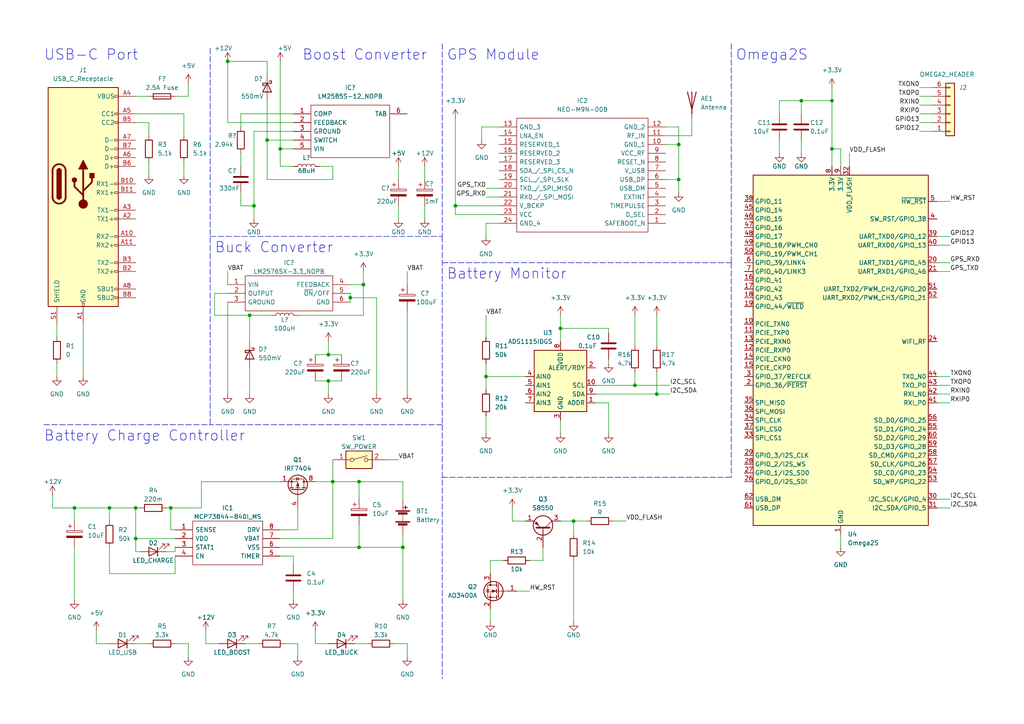
<source format=kicad_sch>
(kicad_sch (version 20211123) (generator eeschema)
  (paper "A4")
  (lib_symbols
    (symbol "Analog_ADC:ADS1115IDGS"
      (property "Reference" "U" (at 2.54 13.97 0))
      (property "Value" "ADS1115IDGS" (at 7.62 11.43 0))
      (symbol "ADS1115IDGS_1_1"
        (pin input line (at 10.16 -5.08 180) (length 2.54) (name "ADDR") (number "1"))
        (pin input line (at 10.16 0 180) (length 2.54) (name "SCL") (number "10"))
        (pin output line (at 10.16 5.08 180) (length 2.54) (name "ALERT/RDY") (number "2"))
        (pin power_in line (at 0 -10.16 90) (length 2.54) (name "GND") (number "3"))
        (pin input line (at -10.16 2.54 0) (length 2.54) (name "AIN0") (number "4"))
        (pin input line (at -10.16 0 0) (length 2.54) (name "AIN1") (number "5"))
        (pin input line (at -10.16 -2.54 0) (length 2.54) (name "AIN2") (number "6"))
        (pin input line (at -10.16 -5.08 0) (length 2.54) (name "AIN3") (number "7"))
        (pin power_in line (at 0 12.7 270) (length 2.54) (name "VDD") (number "8"))
        (pin bidirectional line (at 10.16 -2.54 180) (length 2.54) (name "SDA") (number "9"))
      )
    )
    (symbol "Boost_Converter_12v:LM2585S-12_NOPB" (pin_names (offset 0.762))
      (property "Reference" "IC" (at 29.21 7.62 0))
      (property "Value" "LM2585S-12_NOPB" (at 29.21 5.08 0))
      (symbol "LM2585S-12_NOPB_0_0"
        (pin passive line (at 0 0 0) (length 5.08) (name "COMP") (number "1"))
        (pin passive line (at 0 -2.54 0) (length 5.08) (name "FEEDBACK") (number "2"))
        (pin passive line (at 0 -5.08 0) (length 5.08) (name "GROUND") (number "3"))
        (pin passive line (at 0 -7.62 0) (length 5.08) (name "SWITCH") (number "4"))
        (pin input line (at 0 -10.16 0) (length 5.08) (name "VIN") (number "5"))
        (pin passive line (at 33.02 0 180) (length 5.08) (name "TAB") (number "6"))
      )
    )
    (symbol "Buck_Converter:LM2576SX-3.3_NOPB" (pin_names (offset 0.762))
      (property "Reference" "IC" (at 31.75 7.62 0))
      (property "Value" "LM2576SX-3.3_NOPB" (at 31.75 5.08 0))
      (symbol "LM2576SX-3.3_NOPB_0_0"
        (pin passive line (at 0 0 0) (length 5.08) (name "VIN") (number "1"))
        (pin passive line (at 0 -2.54 0) (length 5.08) (name "OUTPUT") (number "2"))
        (pin passive line (at 0 -5.08 0) (length 5.08) (name "GROUND") (number "3"))
        (pin passive line (at 35.56 0 180) (length 5.08) (name "FEEDBACK") (number "4"))
        (pin passive line (at 35.56 -2.54 180) (length 5.08) (name "~{ON}/OFF") (number "5"))
        (pin passive line (at 35.56 -5.08 180) (length 5.08) (name "GND") (number "6"))
      )
    )
    (symbol "Charge_Controller:MCP73844-840I_MS" (pin_names (offset 0.762))
      (property "Reference" "IC" (at 26.67 7.62 0))
      (property "Value" "MCP73844-840I_MS" (at 26.67 5.08 0))
      (symbol "MCP73844-840I_MS_0_0"
        (pin passive line (at 0 0 0) (length 5.08) (name "SENSE") (number "1"))
        (pin passive line (at 0 -2.54 0) (length 5.08) (name "VDD") (number "2"))
        (pin passive line (at 0 -5.08 0) (length 5.08) (name "STAT1") (number "3"))
        (pin passive line (at 0 -7.62 0) (length 5.08) (name "EN") (number "4"))
        (pin passive line (at 30.48 -7.62 180) (length 5.08) (name "TIMER") (number "5"))
        (pin passive line (at 30.48 -5.08 180) (length 5.08) (name "VSS") (number "6"))
        (pin passive line (at 30.48 -2.54 180) (length 5.08) (name "VBAT") (number "7"))
        (pin passive line (at 30.48 0 180) (length 5.08) (name "DRV") (number "8"))
      )
    )
    (symbol "Connector:USB_C_Receptacle" (pin_names (offset 1.016))
      (property "Reference" "J" (at -10.16 29.21 0))
      (property "Value" "USB_C_Receptacle" (at 10.16 29.21 0))
      (symbol "USB_C_Receptacle_1_1"
        (pin passive line (at 0 -40.64 90) (length 5.08) (name "GND") (number "A1"))
        (pin bidirectional line (at 15.24 -15.24 180) (length 5.08) (name "RX2-") (number "A10"))
        (pin bidirectional line (at 15.24 -17.78 180) (length 5.08) (name "RX2+") (number "A11"))
        (pin passive line (at 0 -40.64 90) (length 5.08) hide (name "GND") (number "A12"))
        (pin bidirectional line (at 15.24 -10.16 180) (length 5.08) (name "TX1+") (number "A2"))
        (pin bidirectional line (at 15.24 -7.62 180) (length 5.08) (name "TX1-") (number "A3"))
        (pin passive line (at 15.24 25.4 180) (length 5.08) (name "VBUS") (number "A4"))
        (pin bidirectional line (at 15.24 20.32 180) (length 5.08) (name "CC1") (number "A5"))
        (pin bidirectional line (at 15.24 7.62 180) (length 5.08) (name "D+") (number "A6"))
        (pin bidirectional line (at 15.24 12.7 180) (length 5.08) (name "D-") (number "A7"))
        (pin bidirectional line (at 15.24 -30.48 180) (length 5.08) (name "SBU1") (number "A8"))
        (pin passive line (at 15.24 25.4 180) (length 5.08) hide (name "VBUS") (number "A9"))
        (pin passive line (at 0 -40.64 90) (length 5.08) hide (name "GND") (number "B1"))
        (pin bidirectional line (at 15.24 0 180) (length 5.08) (name "RX1-") (number "B10"))
        (pin bidirectional line (at 15.24 -2.54 180) (length 5.08) (name "RX1+") (number "B11"))
        (pin passive line (at 0 -40.64 90) (length 5.08) hide (name "GND") (number "B12"))
        (pin bidirectional line (at 15.24 -25.4 180) (length 5.08) (name "TX2+") (number "B2"))
        (pin bidirectional line (at 15.24 -22.86 180) (length 5.08) (name "TX2-") (number "B3"))
        (pin passive line (at 15.24 25.4 180) (length 5.08) hide (name "VBUS") (number "B4"))
        (pin bidirectional line (at 15.24 17.78 180) (length 5.08) (name "CC2") (number "B5"))
        (pin bidirectional line (at 15.24 5.08 180) (length 5.08) (name "D+") (number "B6"))
        (pin bidirectional line (at 15.24 10.16 180) (length 5.08) (name "D-") (number "B7"))
        (pin bidirectional line (at 15.24 -33.02 180) (length 5.08) (name "SBU2") (number "B8"))
        (pin passive line (at 15.24 25.4 180) (length 5.08) hide (name "VBUS") (number "B9"))
        (pin passive line (at -7.62 -40.64 90) (length 5.08) (name "SHIELD") (number "S1"))
      )
    )
    (symbol "Connector_Generic:Conn_01x06" (pin_names (offset 1.016) hide)
      (property "Reference" "J" (at 0 7.62 0))
      (property "Value" "Conn_01x06" (at 0 -10.16 0))
      (symbol "Conn_01x06_1_1"
        (pin passive line (at -5.08 5.08 0) (length 3.81) (name "Pin_1") (number "1"))
        (pin passive line (at -5.08 2.54 0) (length 3.81) (name "Pin_2") (number "2"))
        (pin passive line (at -5.08 0 0) (length 3.81) (name "Pin_3") (number "3"))
        (pin passive line (at -5.08 -2.54 0) (length 3.81) (name "Pin_4") (number "4"))
        (pin passive line (at -5.08 -5.08 0) (length 3.81) (name "Pin_5") (number "5"))
        (pin passive line (at -5.08 -7.62 0) (length 3.81) (name "Pin_6") (number "6"))
      )
    )
    (symbol "Device:Antenna" (pin_numbers hide) (pin_names (offset 1.016) hide)
      (property "Reference" "AE" (at -1.905 1.905 0))
      (property "Value" "Antenna" (at -1.905 0 0))
      (symbol "Antenna_1_1"
        (pin input line (at 0 -5.08 90) (length 2.54) (name "A") (number "1"))
      )
    )
    (symbol "Device:Battery" (pin_numbers hide) (pin_names (offset 0) hide)
      (property "Reference" "BT" (at 2.54 2.54 0))
      (property "Value" "Battery" (at 2.54 0 0))
      (symbol "Battery_1_1"
        (pin passive line (at 0 5.08 270) (length 2.54) (name "+") (number "1"))
        (pin passive line (at 0 -5.08 90) (length 2.54) (name "-") (number "2"))
      )
    )
    (symbol "Device:C" (pin_numbers hide) (pin_names (offset 0.254))
      (property "Reference" "C" (at 0.635 2.54 0))
      (property "Value" "C" (at 0.635 -2.54 0))
      (symbol "C_1_1"
        (pin passive line (at 0 3.81 270) (length 2.794) (name "~") (number "1"))
        (pin passive line (at 0 -3.81 90) (length 2.794) (name "~") (number "2"))
      )
    )
    (symbol "Device:C_Polarized" (pin_numbers hide) (pin_names (offset 0.254))
      (property "Reference" "C" (at 0.635 2.54 0))
      (property "Value" "C_Polarized" (at 0.635 -2.54 0))
      (symbol "C_Polarized_1_1"
        (pin passive line (at 0 3.81 270) (length 2.794) (name "~") (number "1"))
        (pin passive line (at 0 -3.81 90) (length 2.794) (name "~") (number "2"))
      )
    )
    (symbol "Device:D_Schottky" (pin_numbers hide) (pin_names (offset 1.016) hide)
      (property "Reference" "D" (at 0 2.54 0))
      (property "Value" "D_Schottky" (at 0 -2.54 0))
      (symbol "D_Schottky_1_1"
        (pin passive line (at -3.81 0 0) (length 2.54) (name "K") (number "1"))
        (pin passive line (at 3.81 0 180) (length 2.54) (name "A") (number "2"))
      )
    )
    (symbol "Device:Fuse" (pin_numbers hide) (pin_names (offset 0))
      (property "Reference" "F" (at 2.032 0 90))
      (property "Value" "Fuse" (at -1.905 0 90))
      (symbol "Fuse_1_1"
        (pin passive line (at 0 3.81 270) (length 1.27) (name "~") (number "1"))
        (pin passive line (at 0 -3.81 90) (length 1.27) (name "~") (number "2"))
      )
    )
    (symbol "Device:L" (pin_numbers hide) (pin_names (offset 1.016) hide)
      (property "Reference" "L" (at -1.27 0 90))
      (property "Value" "L" (at 1.905 0 90))
      (symbol "L_1_1"
        (pin passive line (at 0 3.81 270) (length 1.27) (name "1") (number "1"))
        (pin passive line (at 0 -3.81 90) (length 1.27) (name "2") (number "2"))
      )
    )
    (symbol "Device:LED" (pin_numbers hide) (pin_names (offset 1.016) hide)
      (property "Reference" "D" (at 0 2.54 0))
      (property "Value" "LED" (at 0 -2.54 0))
      (symbol "LED_1_1"
        (pin passive line (at -3.81 0 0) (length 2.54) (name "K") (number "1"))
        (pin passive line (at 3.81 0 180) (length 2.54) (name "A") (number "2"))
      )
    )
    (symbol "Device:R" (pin_numbers hide) (pin_names (offset 0))
      (property "Reference" "R" (at 2.032 0 90))
      (property "Value" "R" (at 0 0 90))
      (symbol "R_1_1"
        (pin passive line (at 0 3.81 270) (length 1.27) (name "~") (number "1"))
        (pin passive line (at 0 -3.81 90) (length 1.27) (name "~") (number "2"))
      )
    )
    (symbol "GPS:NEO-M9N-00B" (pin_names (offset 0.762))
      (property "Reference" "IC" (at 44.45 7.62 0))
      (property "Value" "NEO-M9N-00B" (at 44.45 5.08 0))
      (symbol "NEO-M9N-00B_0_0"
        (pin passive line (at 48.26 -27.94 180) (length 5.08) (name "SAFEBOOT_N") (number "1"))
        (pin passive line (at 48.26 -5.08 180) (length 5.08) (name "GND_1") (number "10"))
        (pin passive line (at 48.26 -2.54 180) (length 5.08) (name "RF_IN") (number "11"))
        (pin passive line (at 48.26 0 180) (length 5.08) (name "GND_2") (number "12"))
        (pin passive line (at 0 0 0) (length 5.08) (name "GND_3") (number "13"))
        (pin passive line (at 0 -2.54 0) (length 5.08) (name "LNA_EN") (number "14"))
        (pin passive line (at 0 -5.08 0) (length 5.08) (name "RESERVED_1") (number "15"))
        (pin passive line (at 0 -7.62 0) (length 5.08) (name "RESERVED_2") (number "16"))
        (pin passive line (at 0 -10.16 0) (length 5.08) (name "RESERVED_3") (number "17"))
        (pin passive line (at 0 -12.7 0) (length 5.08) (name "SDA_/_SPI_CS_N") (number "18"))
        (pin passive line (at 0 -15.24 0) (length 5.08) (name "SCL_/_SPI_SLK") (number "19"))
        (pin passive line (at 48.26 -25.4 180) (length 5.08) (name "D_SEL") (number "2"))
        (pin passive line (at 0 -17.78 0) (length 5.08) (name "TXD_/_SPI_MISO") (number "20"))
        (pin passive line (at 0 -20.32 0) (length 5.08) (name "RXD_/_SPI_MOSI") (number "21"))
        (pin passive line (at 0 -22.86 0) (length 5.08) (name "V_BCKP") (number "22"))
        (pin passive line (at 0 -25.4 0) (length 5.08) (name "VCC") (number "23"))
        (pin passive line (at 0 -27.94 0) (length 5.08) (name "GND_4") (number "24"))
        (pin passive line (at 48.26 -22.86 180) (length 5.08) (name "TIMEPULSE") (number "3"))
        (pin passive line (at 48.26 -20.32 180) (length 5.08) (name "EXTINT") (number "4"))
        (pin passive line (at 48.26 -17.78 180) (length 5.08) (name "USB_DM") (number "5"))
        (pin passive line (at 48.26 -15.24 180) (length 5.08) (name "USB_DP") (number "6"))
        (pin passive line (at 48.26 -12.7 180) (length 5.08) (name "V_USB") (number "7"))
        (pin passive line (at 48.26 -10.16 180) (length 5.08) (name "RESET_N") (number "8"))
        (pin passive line (at 48.26 -7.62 180) (length 5.08) (name "VCC_RF") (number "9"))
      )
    )
    (symbol "MCU_Module:Omega2S"
      (property "Reference" "U" (at -20.32 52.07 0))
      (property "Value" "Omega2S" (at 17.78 52.07 0))
      (symbol "Omega2S_1_1"
        (pin power_in line (at 0 -53.34 90) (length 2.54) (name "GND") (number "1"))
        (pin output line (at -27.94 7.62 0) (length 2.54) (name "PCIE_TXN0") (number "10"))
        (pin output line (at -27.94 5.08 0) (length 2.54) (name "PCIE_TXP0") (number "11"))
        (pin input line (at -27.94 0 0) (length 2.54) (name "PCIE_RXP0") (number "12"))
        (pin input line (at -27.94 2.54 0) (length 2.54) (name "PCIE_RXN0") (number "13"))
        (pin output line (at -27.94 -2.54 0) (length 2.54) (name "PCIE_CKN0") (number "14"))
        (pin output line (at -27.94 -5.08 0) (length 2.54) (name "PCIE_CKP0") (number "15"))
        (pin bidirectional line (at -27.94 20.32 0) (length 2.54) (name "GPIO_41") (number "16"))
        (pin bidirectional line (at -27.94 17.78 0) (length 2.54) (name "GPIO_42") (number "17"))
        (pin bidirectional line (at -27.94 15.24 0) (length 2.54) (name "GPIO_43") (number "18"))
        (pin bidirectional line (at -27.94 12.7 0) (length 2.54) (name "GPIO_44/~{WLED}") (number "19"))
        (pin bidirectional line (at -27.94 -10.16 0) (length 2.54) (name "GPIO_36/~{PERST}") (number "2"))
        (pin bidirectional line (at 27.94 25.4 180) (length 2.54) (name "UART_TXD1/GPIO_45") (number "20"))
        (pin bidirectional line (at 27.94 22.86 180) (length 2.54) (name "UART_RXD1/GPIO_46") (number "21"))
        (pin passive line (at 0 -53.34 90) (length 2.54) hide (name "GND") (number "22"))
        (pin passive line (at 0 -53.34 90) (length 2.54) hide (name "GND") (number "23"))
        (pin passive line (at 27.94 2.54 180) (length 2.54) (name "WIFI_RF") (number "24"))
        (pin passive line (at 0 -53.34 90) (length 2.54) hide (name "GND") (number "25"))
        (pin bidirectional line (at -27.94 -38.1 0) (length 2.54) (name "GPIO_0/I2S_SDI") (number "26"))
        (pin bidirectional line (at -27.94 -35.56 0) (length 2.54) (name "GPIO_1/I2S_SD0") (number "27"))
        (pin bidirectional line (at -27.94 -33.02 0) (length 2.54) (name "GPIO_2/I2S_WS") (number "28"))
        (pin bidirectional line (at -27.94 -30.48 0) (length 2.54) (name "GPIO_3/I2S_CLK") (number "29"))
        (pin bidirectional line (at -27.94 -7.62 0) (length 2.54) (name "GPIO_37/REFCLK") (number "3"))
        (pin bidirectional line (at 27.94 -43.18 180) (length 2.54) (name "I2C_SCLK/GPIO_4") (number "30"))
        (pin bidirectional line (at 27.94 -45.72 180) (length 2.54) (name "I2C_SDA/GPIO_5") (number "31"))
        (pin power_in line (at 2.54 53.34 270) (length 2.54) (name "VDD_FLASH") (number "32"))
        (pin output line (at -27.94 -25.4 0) (length 2.54) (name "SPI_CS1") (number "33"))
        (pin output line (at -27.94 -20.32 0) (length 2.54) (name "SPI_CLK") (number "34"))
        (pin input line (at -27.94 -15.24 0) (length 2.54) (name "SPI_MISO") (number "35"))
        (pin output line (at -27.94 -17.78 0) (length 2.54) (name "SPI_MOSI") (number "36"))
        (pin output line (at -27.94 -22.86 0) (length 2.54) (name "SPI_CS0") (number "37"))
        (pin bidirectional line (at -27.94 43.18 0) (length 2.54) (name "GPIO_11") (number "38"))
        (pin bidirectional line (at 27.94 33.02 180) (length 2.54) (name "UART_TXD0/GPIO_12") (number "39"))
        (pin bidirectional line (at 27.94 38.1 180) (length 2.54) (name "SW_RST/GPIO_38") (number "4"))
        (pin bidirectional line (at 27.94 30.48 180) (length 2.54) (name "UART_RXD0/GPIO_13") (number "40"))
        (pin input line (at 27.94 -15.24 180) (length 2.54) (name "RXI_P0") (number "41"))
        (pin input line (at 27.94 -12.7 180) (length 2.54) (name "RXI_N0") (number "42"))
        (pin output line (at 27.94 -10.16 180) (length 2.54) (name "TXO_P0") (number "43"))
        (pin output line (at 27.94 -7.62 180) (length 2.54) (name "TX0_N0") (number "44"))
        (pin bidirectional line (at -27.94 40.64 0) (length 2.54) (name "GPIO_14") (number "45"))
        (pin bidirectional line (at -27.94 38.1 0) (length 2.54) (name "GPIO_15") (number "46"))
        (pin bidirectional line (at -27.94 35.56 0) (length 2.54) (name "GPIO_16") (number "47"))
        (pin bidirectional line (at -27.94 33.02 0) (length 2.54) (name "GPIO_17") (number "48"))
        (pin bidirectional line (at -27.94 30.48 0) (length 2.54) (name "GPIO_18/PWM_CH0") (number "49"))
        (pin input line (at 27.94 43.18 180) (length 2.54) (name "~{HW_RST}") (number "5"))
        (pin bidirectional line (at -27.94 27.94 0) (length 2.54) (name "GPIO_19/PWM_CH1") (number "50"))
        (pin bidirectional line (at 27.94 17.78 180) (length 2.54) (name "UART_TXD2/PWM_CH2/GPIO_20") (number "51"))
        (pin bidirectional line (at 27.94 15.24 180) (length 2.54) (name "UART_RXD2/PWM_CH3/GPIO_21") (number "52"))
        (pin bidirectional line (at 27.94 -38.1 180) (length 2.54) (name "SD_WP/GPIO_22") (number "53"))
        (pin bidirectional line (at 27.94 -35.56 180) (length 2.54) (name "SD_CD/GPIO_23") (number "54"))
        (pin bidirectional line (at 27.94 -22.86 180) (length 2.54) (name "SD_D1/GPIO_24") (number "55"))
        (pin bidirectional line (at 27.94 -20.32 180) (length 2.54) (name "SD_D0/GPIO_25") (number "56"))
        (pin bidirectional line (at 27.94 -33.02 180) (length 2.54) (name "SD_CLK/GPIO_26") (number "57"))
        (pin bidirectional line (at 27.94 -30.48 180) (length 2.54) (name "SD_CMD/GPIO_27") (number "58"))
        (pin bidirectional line (at 27.94 -27.94 180) (length 2.54) (name "SD_D3/GPIO_28") (number "59"))
        (pin bidirectional line (at -27.94 25.4 0) (length 2.54) (name "GPIO_39/LINK4") (number "6"))
        (pin bidirectional line (at 27.94 -25.4 180) (length 2.54) (name "SD_D2/GPIO_29") (number "60"))
        (pin bidirectional line (at -27.94 -45.72 0) (length 2.54) (name "USB_DP") (number "61"))
        (pin bidirectional line (at -27.94 -43.18 0) (length 2.54) (name "USB_DM") (number "62"))
        (pin passive line (at 0 -53.34 90) (length 2.54) hide (name "GND") (number "63"))
        (pin passive line (at 0 -53.34 90) (length 2.54) hide (name "GND") (number "64"))
        (pin bidirectional line (at -27.94 22.86 0) (length 2.54) (name "GPIO_40/LINK3") (number "7"))
        (pin power_in line (at -2.54 53.34 270) (length 2.54) (name "3.3V") (number "8"))
        (pin power_in line (at 0 53.34 270) (length 2.54) (name "3.3V") (number "9"))
      )
    )
    (symbol "Switch:SW_DIP_x01" (pin_names (offset 0) hide)
      (property "Reference" "SW" (at 0 3.81 0))
      (property "Value" "SW_DIP_x01" (at 0 -3.81 0))
      (symbol "SW_DIP_x01_1_1"
        (pin passive line (at -7.62 0 0) (length 5.08) (name "~") (number "1"))
        (pin passive line (at 7.62 0 180) (length 5.08) (name "~") (number "2"))
      )
    )
    (symbol "Transistor_BJT:S8550" (pin_names (offset 0) hide)
      (property "Reference" "Q" (at 5.08 1.905 0))
      (property "Value" "S8550" (at 5.08 0 0))
      (symbol "S8550_1_1"
        (pin passive line (at 2.54 -5.08 90) (length 2.54) (name "E") (number "1"))
        (pin input line (at -5.08 0 0) (length 5.08) (name "B") (number "2"))
        (pin passive line (at 2.54 5.08 270) (length 2.54) (name "C") (number "3"))
      )
    )
    (symbol "Transistor_FET:AO3400A" (pin_names hide)
      (property "Reference" "Q" (at 5.08 1.905 0))
      (property "Value" "AO3400A" (at 5.08 0 0))
      (symbol "AO3400A_1_1"
        (pin input line (at -5.08 0 0) (length 2.54) (name "G") (number "1"))
        (pin passive line (at 2.54 -5.08 90) (length 2.54) (name "S") (number "2"))
        (pin passive line (at 2.54 5.08 270) (length 2.54) (name "D") (number "3"))
      )
    )
    (symbol "Transistor_FET:IRF7404" (pin_names hide)
      (property "Reference" "Q" (at 5.08 1.905 0))
      (property "Value" "IRF7404" (at 5.08 0 0))
      (symbol "IRF7404_1_1"
        (pin passive line (at 2.54 -5.08 90) (length 2.54) (name "S") (number "1"))
        (pin passive line (at 2.54 -5.08 90) (length 2.54) hide (name "S") (number "2"))
        (pin passive line (at 2.54 -5.08 90) (length 2.54) hide (name "S") (number "3"))
        (pin passive line (at -5.08 0 0) (length 2.54) (name "G") (number "4"))
        (pin passive line (at 2.54 5.08 270) (length 2.54) hide (name "D") (number "5"))
        (pin passive line (at 2.54 5.08 270) (length 2.54) hide (name "D") (number "6"))
        (pin passive line (at 2.54 5.08 270) (length 2.54) hide (name "D") (number "7"))
        (pin passive line (at 2.54 5.08 270) (length 2.54) (name "D") (number "8"))
      )
    )
    (symbol "power:+12V" (power) (pin_names (offset 0))
      (property "Value" "+12V" (at 0 3.556 0))
      (symbol "+12V_1_1"
        (pin power_in line (at 0 0 90) (length 0) hide (name "+12V") (number "1"))
      )
    )
    (symbol "power:+3.3V" (power) (pin_names (offset 0))
      (property "Value" "+3.3V" (at 0 3.556 0))
      (symbol "+3.3V_1_1"
        (pin power_in line (at 0 0 90) (length 0) hide (name "+3.3V") (number "1"))
      )
    )
    (symbol "power:+5V" (power) (pin_names (offset 0))
      (property "Value" "+5V" (at 0 3.556 0))
      (symbol "+5V_1_1"
        (pin power_in line (at 0 0 90) (length 0) hide (name "+5V") (number "1"))
      )
    )
    (symbol "power:GND" (power) (pin_names (offset 0))
      (property "Value" "GND" (at 0 -3.81 0))
      (symbol "GND_1_1"
        (pin power_in line (at 0 0 270) (length 0) hide (name "GND") (number "1"))
      )
    )
  )
  (junction (at 166.37 151.13))
  (junction (at 104.14 139.7))
  (junction (at 132.08 59.69))
  (junction (at 241.3 43.18))
  (junction (at 39.37 147.32))
  (junction (at 101.6 86.36))
  (junction (at 241.3 29.21))
  (junction (at 190.5 114.3))
  (junction (at 162.56 95.25))
  (junction (at 184.15 111.76))
  (junction (at 196.85 52.07))
  (junction (at 72.39 91.44))
  (junction (at 73.66 59.69))
  (junction (at 96.52 139.7))
  (junction (at 21.59 147.32))
  (junction (at 196.85 41.91))
  (junction (at 31.75 147.32))
  (junction (at 116.84 158.75))
  (junction (at 39.37 156.21))
  (junction (at 95.25 110.49))
  (junction (at 105.41 82.55))
  (junction (at 77.47 40.64))
  (junction (at 232.41 29.21))
  (junction (at 81.28 43.18))
  (junction (at 104.14 158.75))
  (junction (at 140.97 109.22))
  (junction (at 66.04 17.78))
  (junction (at 49.53 147.32))
  (junction (at 95.25 102.87))
  (wire (pts (xy 176.53 116.84) (xy 176.53 125.73)))
  (wire (pts (xy 73.66 63.5) (xy 73.66 59.69)))
  (wire (pts (xy 66.04 35.56) (xy 66.04 17.78)))
  (wire (pts (xy 106.68 186.69) (xy 102.87 186.69)))
  (wire (pts (xy 91.44 102.87) (xy 95.25 102.87)))
  (wire (pts (xy 148.59 147.32) (xy 148.59 151.13)))
  (wire (pts (xy 62.23 91.44) (xy 72.39 91.44)))
  (polyline (pts (xy 60.96 68.58) (xy 128.27 68.58)))
  (wire (pts (xy 176.53 95.25) (xy 176.53 96.52)))
  (wire (pts (xy 69.85 59.69) (xy 73.66 59.69)))
  (wire (pts (xy 142.24 180.34) (xy 142.24 176.53)))
  (wire (pts (xy 21.59 147.32) (xy 31.75 147.32)))
  (wire (pts (xy 62.23 85.09) (xy 66.04 85.09)))
  (wire (pts (xy 72.39 91.44) (xy 72.39 99.06)))
  (wire (pts (xy 96.52 133.35) (xy 96.52 139.7)))
  (wire (pts (xy 95.25 110.49) (xy 99.06 110.49)))
  (wire (pts (xy 21.59 173.99) (xy 21.59 158.75)))
  (polyline (pts (xy 128.27 68.58) (xy 128.27 123.19)))
  (wire (pts (xy 43.18 27.94) (xy 39.37 27.94)))
  (wire (pts (xy 271.78 78.74) (xy 275.59 78.74)))
  (wire (pts (xy 27.94 186.69) (xy 31.75 186.69)))
  (wire (pts (xy 104.14 144.78) (xy 104.14 139.7)))
  (wire (pts (xy 39.37 156.21) (xy 39.37 147.32)))
  (polyline (pts (xy 60.96 13.97) (xy 60.96 123.19)))
  (wire (pts (xy 162.56 95.25) (xy 162.56 99.06)))
  (wire (pts (xy 81.28 43.18) (xy 81.28 48.26)))
  (wire (pts (xy 54.61 186.69) (xy 50.8 186.69)))
  (polyline (pts (xy 128.27 123.19) (xy 128.27 196.85)))
  (wire (pts (xy 104.14 152.4) (xy 104.14 158.75)))
  (wire (pts (xy 91.44 186.69) (xy 95.25 186.69)))
  (wire (pts (xy 85.09 161.29) (xy 85.09 163.83)))
  (wire (pts (xy 115.57 133.35) (xy 111.76 133.35)))
  (wire (pts (xy 193.04 52.07) (xy 196.85 52.07)))
  (wire (pts (xy 170.18 151.13) (xy 166.37 151.13)))
  (wire (pts (xy 77.47 17.78) (xy 77.47 21.59)))
  (wire (pts (xy 271.78 144.78) (xy 275.59 144.78)))
  (wire (pts (xy 226.06 44.45) (xy 226.06 40.64)))
  (wire (pts (xy 243.84 43.18) (xy 241.3 43.18)))
  (wire (pts (xy 266.7 38.1) (xy 270.51 38.1)))
  (wire (pts (xy 226.06 29.21) (xy 232.41 29.21)))
  (wire (pts (xy 104.14 139.7) (xy 116.84 139.7)))
  (wire (pts (xy 132.08 62.23) (xy 144.78 62.23)))
  (wire (pts (xy 73.66 38.1) (xy 85.09 38.1)))
  (wire (pts (xy 27.94 182.88) (xy 27.94 186.69)))
  (wire (pts (xy 16.51 109.22) (xy 16.51 105.41)))
  (wire (pts (xy 77.47 29.21) (xy 77.47 40.64)))
  (wire (pts (xy 59.69 182.88) (xy 59.69 186.69)))
  (wire (pts (xy 232.41 29.21) (xy 232.41 33.02)))
  (polyline (pts (xy 212.09 138.43) (xy 128.27 138.43)))
  (wire (pts (xy 266.7 30.48) (xy 270.51 30.48)))
  (wire (pts (xy 95.25 99.06) (xy 95.25 102.87)))
  (wire (pts (xy 31.75 158.75) (xy 31.75 166.37)))
  (wire (pts (xy 69.85 33.02) (xy 85.09 33.02)))
  (wire (pts (xy 118.11 186.69) (xy 114.3 186.69)))
  (wire (pts (xy 43.18 186.69) (xy 39.37 186.69)))
  (wire (pts (xy 105.41 82.55) (xy 105.41 91.44)))
  (wire (pts (xy 140.97 68.58) (xy 140.97 64.77)))
  (wire (pts (xy 139.7 36.83) (xy 144.78 36.83)))
  (wire (pts (xy 157.48 158.75) (xy 157.48 162.56)))
  (wire (pts (xy 146.05 162.56) (xy 142.24 162.56)))
  (wire (pts (xy 275.59 109.22) (xy 271.78 109.22)))
  (wire (pts (xy 104.14 158.75) (xy 116.84 158.75)))
  (wire (pts (xy 275.59 68.58) (xy 271.78 68.58)))
  (wire (pts (xy 275.59 111.76) (xy 271.78 111.76)))
  (wire (pts (xy 190.5 107.95) (xy 190.5 114.3)))
  (wire (pts (xy 226.06 33.02) (xy 226.06 29.21)))
  (wire (pts (xy 24.13 93.98) (xy 24.13 109.22)))
  (wire (pts (xy 72.39 114.3) (xy 72.39 106.68)))
  (wire (pts (xy 123.19 48.26) (xy 123.19 52.07)))
  (wire (pts (xy 62.23 85.09) (xy 62.23 91.44)))
  (wire (pts (xy 246.38 44.45) (xy 246.38 48.26)))
  (wire (pts (xy 49.53 147.32) (xy 49.53 153.67)))
  (wire (pts (xy 172.72 111.76) (xy 184.15 111.76)))
  (wire (pts (xy 266.7 25.4) (xy 270.51 25.4)))
  (wire (pts (xy 275.59 58.42) (xy 271.78 58.42)))
  (wire (pts (xy 91.44 110.49) (xy 95.25 110.49)))
  (wire (pts (xy 275.59 116.84) (xy 271.78 116.84)))
  (wire (pts (xy 184.15 107.95) (xy 184.15 111.76)))
  (wire (pts (xy 86.36 190.5) (xy 86.36 186.69)))
  (wire (pts (xy 40.64 160.02) (xy 39.37 160.02)))
  (wire (pts (xy 31.75 166.37) (xy 50.8 166.37)))
  (wire (pts (xy 58.42 139.7) (xy 81.28 139.7)))
  (wire (pts (xy 243.84 48.26) (xy 243.84 43.18)))
  (polyline (pts (xy 128.27 123.19) (xy 60.96 123.19)))
  (wire (pts (xy 81.28 17.78) (xy 81.28 43.18)))
  (wire (pts (xy 271.78 76.2) (xy 275.59 76.2)))
  (wire (pts (xy 140.97 109.22) (xy 140.97 113.03)))
  (wire (pts (xy 275.59 71.12) (xy 271.78 71.12)))
  (wire (pts (xy 118.11 114.3) (xy 118.11 90.17)))
  (wire (pts (xy 85.09 35.56) (xy 66.04 35.56)))
  (wire (pts (xy 193.04 36.83) (xy 196.85 36.83)))
  (wire (pts (xy 140.97 109.22) (xy 152.4 109.22)))
  (wire (pts (xy 39.37 35.56) (xy 43.18 35.56)))
  (wire (pts (xy 39.37 147.32) (xy 40.64 147.32)))
  (wire (pts (xy 162.56 95.25) (xy 176.53 95.25)))
  (wire (pts (xy 69.85 44.45) (xy 69.85 48.26)))
  (wire (pts (xy 105.41 78.74) (xy 105.41 82.55)))
  (wire (pts (xy 123.19 63.5) (xy 123.19 59.69)))
  (wire (pts (xy 53.34 46.99) (xy 53.34 50.8)))
  (wire (pts (xy 72.39 91.44) (xy 78.74 91.44)))
  (wire (pts (xy 15.24 143.51) (xy 15.24 147.32)))
  (wire (pts (xy 140.97 64.77) (xy 144.78 64.77)))
  (wire (pts (xy 39.37 156.21) (xy 50.8 156.21)))
  (wire (pts (xy 96.52 139.7) (xy 96.52 156.21)))
  (wire (pts (xy 39.37 33.02) (xy 53.34 33.02)))
  (wire (pts (xy 48.26 147.32) (xy 49.53 147.32)))
  (wire (pts (xy 109.22 114.3) (xy 109.22 86.36)))
  (wire (pts (xy 81.28 43.18) (xy 85.09 43.18)))
  (wire (pts (xy 81.28 48.26) (xy 85.09 48.26)))
  (wire (pts (xy 91.44 139.7) (xy 96.52 139.7)))
  (wire (pts (xy 200.66 34.29) (xy 200.66 39.37)))
  (wire (pts (xy 275.59 114.3) (xy 271.78 114.3)))
  (wire (pts (xy 81.28 161.29) (xy 85.09 161.29)))
  (wire (pts (xy 86.36 91.44) (xy 105.41 91.44)))
  (wire (pts (xy 115.57 48.26) (xy 115.57 52.07)))
  (wire (pts (xy 66.04 17.78) (xy 77.47 17.78)))
  (wire (pts (xy 69.85 36.83) (xy 69.85 33.02)))
  (wire (pts (xy 266.7 33.02) (xy 270.51 33.02)))
  (wire (pts (xy 109.22 86.36) (xy 101.6 86.36)))
  (wire (pts (xy 74.93 186.69) (xy 71.12 186.69)))
  (wire (pts (xy 196.85 36.83) (xy 196.85 41.91)))
  (wire (pts (xy 66.04 78.74) (xy 66.04 82.55)))
  (wire (pts (xy 21.59 151.13) (xy 21.59 147.32)))
  (wire (pts (xy 77.47 52.07) (xy 96.52 52.07)))
  (wire (pts (xy 86.36 147.32) (xy 86.36 153.67)))
  (wire (pts (xy 91.44 182.88) (xy 91.44 186.69)))
  (wire (pts (xy 43.18 46.99) (xy 43.18 50.8)))
  (wire (pts (xy 162.56 125.73) (xy 162.56 121.92)))
  (wire (pts (xy 196.85 52.07) (xy 196.85 55.88)))
  (wire (pts (xy 162.56 151.13) (xy 166.37 151.13)))
  (wire (pts (xy 73.66 38.1) (xy 73.66 59.69)))
  (wire (pts (xy 86.36 186.69) (xy 82.55 186.69)))
  (wire (pts (xy 184.15 91.44) (xy 184.15 100.33)))
  (wire (pts (xy 116.84 154.94) (xy 116.84 158.75)))
  (wire (pts (xy 118.11 78.74) (xy 118.11 82.55)))
  (wire (pts (xy 153.67 171.45) (xy 149.86 171.45)))
  (wire (pts (xy 116.84 139.7) (xy 116.84 144.78)))
  (wire (pts (xy 15.24 147.32) (xy 21.59 147.32)))
  (wire (pts (xy 132.08 59.69) (xy 144.78 59.69)))
  (wire (pts (xy 16.51 93.98) (xy 16.51 97.79)))
  (wire (pts (xy 115.57 63.5) (xy 115.57 59.69)))
  (wire (pts (xy 241.3 29.21) (xy 241.3 43.18)))
  (wire (pts (xy 266.7 35.56) (xy 270.51 35.56)))
  (wire (pts (xy 200.66 39.37) (xy 193.04 39.37)))
  (polyline (pts (xy 128.27 12.7) (xy 128.27 68.58)))
  (wire (pts (xy 101.6 86.36) (xy 101.6 87.63)))
  (wire (pts (xy 66.04 87.63) (xy 66.04 114.3)))
  (wire (pts (xy 54.61 190.5) (xy 54.61 186.69)))
  (wire (pts (xy 48.26 160.02) (xy 50.8 160.02)))
  (wire (pts (xy 116.84 158.75) (xy 116.84 173.99)))
  (wire (pts (xy 196.85 41.91) (xy 196.85 52.07)))
  (wire (pts (xy 31.75 147.32) (xy 39.37 147.32)))
  (wire (pts (xy 181.61 151.13) (xy 177.8 151.13)))
  (wire (pts (xy 54.61 24.13) (xy 54.61 27.94)))
  (wire (pts (xy 241.3 29.21) (xy 232.41 29.21)))
  (wire (pts (xy 81.28 158.75) (xy 104.14 158.75)))
  (wire (pts (xy 166.37 151.13) (xy 166.37 154.94)))
  (wire (pts (xy 132.08 34.29) (xy 132.08 59.69)))
  (wire (pts (xy 77.47 52.07) (xy 77.47 40.64)))
  (wire (pts (xy 59.69 186.69) (xy 63.5 186.69)))
  (wire (pts (xy 243.84 158.75) (xy 243.84 154.94)))
  (wire (pts (xy 139.7 40.64) (xy 139.7 36.83)))
  (wire (pts (xy 49.53 147.32) (xy 58.42 147.32)))
  (wire (pts (xy 266.7 27.94) (xy 270.51 27.94)))
  (wire (pts (xy 140.97 91.44) (xy 140.97 97.79)))
  (wire (pts (xy 142.24 162.56) (xy 142.24 166.37)))
  (wire (pts (xy 53.34 33.02) (xy 53.34 39.37)))
  (wire (pts (xy 77.47 40.64) (xy 85.09 40.64)))
  (wire (pts (xy 118.11 190.5) (xy 118.11 186.69)))
  (wire (pts (xy 69.85 59.69) (xy 69.85 55.88)))
  (polyline (pts (xy 212.09 12.7) (xy 212.09 76.2)))
  (wire (pts (xy 157.48 162.56) (xy 153.67 162.56)))
  (wire (pts (xy 31.75 147.32) (xy 31.75 151.13)))
  (wire (pts (xy 166.37 162.56) (xy 166.37 180.34)))
  (wire (pts (xy 50.8 166.37) (xy 50.8 161.29)))
  (wire (pts (xy 176.53 104.14) (xy 176.53 105.41)))
  (wire (pts (xy 241.3 25.4) (xy 241.3 29.21)))
  (wire (pts (xy 39.37 160.02) (xy 39.37 156.21)))
  (wire (pts (xy 92.71 48.26) (xy 96.52 48.26)))
  (wire (pts (xy 96.52 139.7) (xy 104.14 139.7)))
  (wire (pts (xy 58.42 147.32) (xy 58.42 139.7)))
  (wire (pts (xy 232.41 44.45) (xy 232.41 40.64)))
  (wire (pts (xy 132.08 59.69) (xy 132.08 62.23)))
  (wire (pts (xy 96.52 48.26) (xy 96.52 52.07)))
  (wire (pts (xy 190.5 91.44) (xy 190.5 100.33)))
  (wire (pts (xy 190.5 114.3) (xy 194.31 114.3)))
  (wire (pts (xy 95.25 110.49) (xy 95.25 114.3)))
  (wire (pts (xy 101.6 85.09) (xy 101.6 86.36)))
  (wire (pts (xy 96.52 156.21) (xy 81.28 156.21)))
  (wire (pts (xy 54.61 27.94) (xy 50.8 27.94)))
  (polyline (pts (xy 128.27 76.2) (xy 212.09 76.2)))
  (wire (pts (xy 85.09 173.99) (xy 85.09 171.45)))
  (wire (pts (xy 140.97 120.65) (xy 140.97 125.73)))
  (polyline (pts (xy 212.09 76.2) (xy 212.09 138.43)))
  (wire (pts (xy 43.18 35.56) (xy 43.18 39.37)))
  (wire (pts (xy 49.53 153.67) (xy 50.8 153.67)))
  (wire (pts (xy 140.97 57.15) (xy 144.78 57.15)))
  (wire (pts (xy 86.36 153.67) (xy 81.28 153.67)))
  (wire (pts (xy 140.97 105.41) (xy 140.97 109.22)))
  (wire (pts (xy 140.97 54.61) (xy 144.78 54.61)))
  (polyline (pts (xy 12.7 123.19) (xy 60.96 123.19)))
  (wire (pts (xy 172.72 116.84) (xy 176.53 116.84)))
  (wire (pts (xy 241.3 43.18) (xy 241.3 48.26)))
  (wire (pts (xy 162.56 91.44) (xy 162.56 95.25)))
  (wire (pts (xy 50.8 158.75) (xy 50.8 160.02)))
  (wire (pts (xy 271.78 147.32) (xy 275.59 147.32)))
  (wire (pts (xy 184.15 111.76) (xy 194.31 111.76)))
  (wire (pts (xy 105.41 82.55) (xy 101.6 82.55)))
  (wire (pts (xy 193.04 41.91) (xy 196.85 41.91)))
  (wire (pts (xy 172.72 114.3) (xy 190.5 114.3)))
  (wire (pts (xy 148.59 151.13) (xy 152.4 151.13)))
  (wire (pts (xy 95.25 102.87) (xy 99.06 102.87)))
  (text "Boost Converter" (at 87.63 17.78 0) (effects (font (size 3 3)) (justify left bottom)))
  (text "Buck Converter\n" (at 62.23 73.66 0) (effects (font (size 3 3)) (justify left bottom)))
  (text "Battery Monitor\n" (at 129.54 81.28 0) (effects (font (size 3 3)) (justify left bottom)))
  (text "GPS Module\n" (at 129.54 17.78 0) (effects (font (size 3 3)) (justify left bottom)))
  (text "Battery Charge Controller" (at 12.7 128.27 0) (effects (font (size 3 3)) (justify left bottom)))
  (text "USB-C Port" (at 12.7 17.78 0) (effects (font (size 3 3)) (justify left bottom)))
  (text "Omega2S\n" (at 213.36 17.78 0) (effects (font (size 3 3)) (justify left bottom)))
  (label "GPS_TXD" (at 275.59 78.74 0))
  (label "I2C_SCL" (at 194.31 111.76 0))
  (label "I2C_SCL" (at 275.59 144.78 0))
  (label "GPIO12" (at 275.59 68.58 0))
  (label "TXON0" (at 275.59 109.22 0))
  (label "VBAT" (at 118.11 78.74 0))
  (label "RXIN0" (at 266.7 30.48 180))
  (label "TXON0" (at 266.7 25.4 180))
  (label "TXOP0" (at 266.7 27.94 180))
  (label "HW_RST" (at 153.67 171.45 0))
  (label "GPS_RXD" (at 140.97 57.15 180))
  (label "GPS_TXD" (at 140.97 54.61 180))
  (label "TXOP0" (at 275.59 111.76 0))
  (label "I2C_SDA" (at 194.31 114.3 0))
  (label "VBAT" (at 115.57 133.35 0))
  (label "HW_RST" (at 275.59 58.42 0))
  (label "RXIP0" (at 275.59 116.84 0))
  (label "VDD_FLASH" (at 181.61 151.13 0))
  (label "RXIN0" (at 275.59 114.3 0))
  (label "VBAT" (at 66.04 78.74 0))
  (label "GPIO12" (at 266.7 38.1 180))
  (label "I2C_SDA" (at 275.59 147.32 0))
  (label "GPIO13" (at 266.7 35.56 180))
  (label "GPIO13" (at 275.59 71.12 0))
  (label "GPS_RXD" (at 275.59 76.2 0))
  (label "VBAT" (at 140.97 91.44 0))
  (label "RXIP0" (at 266.7 33.02 180))
  (label "VDD_FLASH" (at 246.38 44.45 0))
  (symbol (lib_id "Device:L") (at 88.9 48.26 90) (unit 1)
    (property "Reference" "L?" (at 88.9 45.72 90))
    (property "Value" "68uH" (at 88.9 49.53 90))
  )
  (symbol (lib_id "Device:R") (at 110.49 186.69 90) (unit 1)
    (property "Reference" "R10" (at 110.49 181.61 90))
    (property "Value" "3.3k" (at 110.49 184.15 90))
  )
  (symbol (lib_id "power:GND") (at 54.61 190.5 0) (unit 1)
    (property "Reference" "#PWR0119" (effects hide))
    (property "Value" "GND" (at 54.61 195.58 0))
  )
  (symbol (lib_id "power:GND") (at 53.34 50.8 0) (unit 1)
    (property "Reference" "#PWR0104" (effects hide))
    (property "Value" "GND" (at 53.34 55.88 0))
  )
  (symbol (lib_id "power:GND") (at 176.53 105.41 0) (unit 1)
    (property "Reference" "#PWR0128" (effects hide))
    (property "Value" "GND" (at 176.53 110.49 0))
  )
  (symbol (lib_id "Device:R") (at 173.99 151.13 90) (unit 1)
    (property "Reference" "R15" (at 173.99 146.05 90))
    (property "Value" "R" (at 173.99 148.59 90))
  )
  (symbol (lib_id "power:GND") (at 232.41 44.45 0) (unit 1)
    (property "Reference" "#PWR0133" (effects hide))
    (property "Value" "GND" (at 232.41 48.26 0))
  )
  (symbol (lib_id "power:+3.3V") (at 95.25 99.06 0) (unit 1)
    (property "Reference" "#PWR?" (effects hide))
    (property "Value" "+3.3V" (at 95.25 93.98 0))
  )
  (symbol (lib_id "Device:LED") (at 67.31 186.69 180) (unit 1)
    (property "Reference" "D3" (at 67.31 184.15 0))
    (property "Value" "LED_BOOST" (at 67.31 189.23 0))
  )
  (symbol (lib_id "power:GND") (at 166.37 180.34 0) (unit 1)
    (property "Reference" "#PWR0136" (effects hide))
    (property "Value" "GND" (at 166.37 184.15 0))
  )
  (symbol (lib_id "Device:R") (at 16.51 101.6 0) (unit 1)
    (property "Reference" "R1" (at 19.05 100.3299 0) (effects (justify left)))
    (property "Value" "0" (at 19.05 102.8699 0) (effects (justify left)))
  )
  (symbol (lib_id "power:+3.3V") (at 190.5 91.44 0) (unit 1)
    (property "Reference" "#PWR0129" (effects hide))
    (property "Value" "+3.3V" (at 190.5 86.36 0))
  )
  (symbol (lib_id "Device:D_Schottky") (at 77.47 25.4 270) (unit 1)
    (property "Reference" "D?" (at 73.66 22.86 90) (effects (justify left)))
    (property "Value" "550mV" (at 69.85 27.94 90) (effects (justify left)))
  )
  (symbol (lib_id "Device:C_Polarized") (at 104.14 148.59 0) (unit 1)
    (property "Reference" "C5" (at 107.95 146.4309 0) (effects (justify left)))
    (property "Value" "10uF" (at 107.95 148.9709 0) (effects (justify left)))
  )
  (symbol (lib_id "power:GND") (at 176.53 125.73 0) (unit 1)
    (property "Reference" "#PWR0138" (effects hide))
    (property "Value" "GND" (at 176.53 130.81 0))
  )
  (symbol (lib_id "power:GND") (at 243.84 158.75 0) (unit 1)
    (property "Reference" "#PWR0143" (effects hide))
    (property "Value" "GND" (at 243.84 163.83 0))
  )
  (symbol (lib_id "power:GND") (at 196.85 55.88 0) (unit 1)
    (property "Reference" "#PWR0131" (effects hide))
    (property "Value" "GND" (at 196.85 60.96 0))
  )
  (symbol (lib_id "power:GND") (at 72.39 114.3 0) (unit 1)
    (property "Reference" "#PWR?" (effects hide))
    (property "Value" "GND" (at 72.39 119.38 0))
  )
  (symbol (lib_id "power:GND") (at 115.57 63.5 0) (unit 1)
    (property "Reference" "#PWR?" (effects hide))
    (property "Value" "GND" (at 115.57 67.31 0))
  )
  (symbol (lib_id "power:GND") (at 85.09 173.99 0) (unit 1)
    (property "Reference" "#PWR0114" (effects hide))
    (property "Value" "GND" (at 85.09 179.07 0))
  )
  (symbol (lib_id "Device:R") (at 43.18 43.18 0) (unit 1)
    (property "Reference" "R3" (at 45.72 41.9099 0) (effects (justify left)))
    (property "Value" "5.1k" (at 45.72 44.4499 0) (effects (justify left)))
  )
  (symbol (lib_id "power:GND") (at 95.25 114.3 0) (unit 1)
    (property "Reference" "#PWR?" (effects hide))
    (property "Value" "GND" (at 95.25 119.38 0))
  )
  (symbol (lib_id "Boost_Converter_12v:LM2585S-12_NOPB") (at 85.09 33.02 0) (unit 1)
    (property "Reference" "IC?" (at 101.6 25.4 0))
    (property "Value" "LM2585S-12_NOPB" (at 101.6 27.94 0))
    (property "Footprint" "TO170P1435X465-6N" (effects hide))
    (property "Datasheet" "http://www.ti.com/lit/ds/symlink/lm2585.pdf" (effects hide))
    (property "Description" "SIMPLE SWITCHER&#174; 4V to 40V, 3A Step-Up Wide Vin Flyback Regulator" (effects hide))
    (property "Height" "4.65" (effects hide))
    (property "Manufacturer_Name" "Texas Instruments" (effects hide))
    (property "Manufacturer_Part_Number" "LM2585S-12/NOPB" (effects hide))
    (property "Mouser Part Number" "926-LM2585S-12/NOPB" (effects hide))
    (property "Mouser Price/Stock" "https://www.mouser.co.uk/ProductDetail/Texas-Instruments/LM2585S-12-NOPB?qs=X1J7HmVL2ZFSZREeIHoaGA%3D%3D" (effects hide))
    (property "Arrow Part Number" "LM2585S-12/NOPB" (effects hide))
    (property "Arrow Price/Stock" "https://www.arrow.com/en/products/lm2585s-12nopb/texas-instruments?region=nac" (effects hide))
  )
  (symbol (lib_id "Device:R") (at 69.85 40.64 180) (unit 1)
    (property "Reference" "R?" (at 66.04 39.37 0) (effects (justify right)))
    (property "Value" "2.94k" (at 62.23 41.91 0) (effects (justify right)))
  )
  (symbol (lib_id "power:+5V") (at 54.61 24.13 0) (unit 1)
    (property "Reference" "#PWR0102" (effects hide))
    (property "Value" "+5V" (at 54.61 19.05 0))
  )
  (symbol (lib_id "power:GND") (at 140.97 125.73 0) (unit 1)
    (property "Reference" "#PWR0135" (effects hide))
    (property "Value" "GND" (at 140.97 130.81 0))
  )
  (symbol (lib_id "power:GND") (at 73.66 63.5 0) (unit 1)
    (property "Reference" "#PWR?" (effects hide))
    (property "Value" "GND" (at 73.66 67.31 0))
  )
  (symbol (lib_id "power:GND") (at 24.13 109.22 0) (unit 1)
    (property "Reference" "#PWR0106" (effects hide))
    (property "Value" "GND" (at 24.13 114.3 0))
  )
  (symbol (lib_id "Device:LED") (at 44.45 160.02 180) (unit 1)
    (property "Reference" "D2" (at 44.45 157.48 0))
    (property "Value" "LED_CHARGE" (at 44.45 162.56 0))
  )
  (symbol (lib_id "MCU_Module:Omega2S") (at 243.84 101.6 0) (unit 1)
    (property "Reference" "U4" (at 245.8594 154.94 0) (effects (justify left)))
    (property "Value" "Omega2S" (at 245.8594 157.48 0) (effects (justify left)))
    (property "Footprint" "Module:Onion_Omega2S" (effects hide))
    (property "Datasheet" "https://github.com/OnionIoT/Omega2/raw/master/Documents/Omega2S%20Datasheet.pdf" (effects hide))
  )
  (symbol (lib_id "Device:R") (at 53.34 43.18 0) (unit 1)
    (property "Reference" "R6" (at 55.88 41.9099 0) (effects (justify left)))
    (property "Value" "5.1k" (at 55.88 44.4499 0) (effects (justify left)))
  )
  (symbol (lib_id "power:+3.3V") (at 241.3 25.4 0) (unit 1)
    (property "Reference" "#PWR0134" (effects hide))
    (property "Value" "+3.3V" (at 241.3 20.32 0))
  )
  (symbol (lib_id "power:+5V") (at 81.28 17.78 0) (unit 1)
    (property "Reference" "#PWR?" (effects hide))
    (property "Value" "+5V" (at 82.55 13.97 0))
  )
  (symbol (lib_id "power:+12V") (at 66.04 17.78 0) (unit 1)
    (property "Reference" "#PWR?" (effects hide))
    (property "Value" "+12V" (at 64.77 13.97 0))
  )
  (symbol (lib_id "power:GND") (at 226.06 44.45 0) (unit 1)
    (property "Reference" "#PWR0132" (effects hide))
    (property "Value" "GND" (at 226.06 48.26 0))
  )
  (symbol (lib_id "power:GND") (at 162.56 125.73 0) (unit 1)
    (property "Reference" "#PWR0139" (effects hide))
    (property "Value" "GND" (at 162.56 130.81 0))
  )
  (symbol (lib_id "power:GND") (at 116.84 173.99 0) (unit 1)
    (property "Reference" "#PWR0113" (effects hide))
    (property "Value" "GND" (at 116.84 179.07 0))
  )
  (symbol (lib_id "Device:R") (at 31.75 154.94 0) (unit 1)
    (property "Reference" "R2" (at 34.29 153.6699 0) (effects (justify left)))
    (property "Value" "50k" (at 34.29 156.2099 0) (effects (justify left)))
  )
  (symbol (lib_id "power:GND") (at 118.11 114.3 0) (unit 1)
    (property "Reference" "#PWR?" (effects hide))
    (property "Value" "GND" (at 118.11 119.38 0))
  )
  (symbol (lib_id "Device:R") (at 44.45 147.32 90) (unit 1)
    (property "Reference" "R4" (at 44.45 142.24 90))
    (property "Value" "220m" (at 44.45 144.78 90))
  )
  (symbol (lib_id "Buck_Converter:LM2576SX-3.3_NOPB") (at 66.04 82.55 0) (unit 1)
    (property "Reference" "IC?" (at 83.82 76.2 0))
    (property "Value" "LM2576SX-3.3_NOPB" (at 83.82 78.74 0))
    (property "Footprint" "KTT0005B" (effects hide))
    (property "Datasheet" "http://www.ti.com/lit/gpn/lm2576" (effects hide))
    (property "Description" "Switching Voltage Regulators 3A SD VTG Reg" (effects hide))
    (property "Manufacturer_Name" "Texas Instruments" (effects hide))
    (property "Manufacturer_Part_Number" "LM2576SX-3.3/NOPB" (effects hide))
    (property "Mouser Part Number" "926-LM2576SX33NOPB" (effects hide))
    (property "Mouser Price/Stock" "https://www.mouser.co.uk/ProductDetail/Texas-Instruments/LM2576SX-3.3-NOPB?qs=X1J7HmVL2ZFzojdYFRsjwg%3D%3D" (effects hide))
    (property "Arrow Part Number" "LM2576SX-3.3/NOPB" (effects hide))
    (property "Arrow Price/Stock" "https://www.arrow.com/en/products/lm2576sx-3.3nopb/texas-instruments?region=nac" (effects hide))
  )
  (symbol (lib_id "Device:Antenna") (at 200.66 29.21 0) (unit 1)
    (property "Reference" "AE1" (at 203.2 28.5749 0) (effects (justify left)))
    (property "Value" "Antenna" (at 203.2 31.1149 0) (effects (justify left)))
  )
  (symbol (lib_id "power:+3.3V") (at 132.08 34.29 0) (unit 1)
    (property "Reference" "#PWR0126" (effects hide))
    (property "Value" "+3.3V" (at 132.08 29.21 0))
  )
  (symbol (lib_id "power:+12V") (at 59.69 182.88 0) (unit 1)
    (property "Reference" "#PWR?" (effects hide))
    (property "Value" "+12V" (at 59.69 179.07 0))
  )
  (symbol (lib_id "power:GND") (at 86.36 190.5 0) (unit 1)
    (property "Reference" "#PWR0141" (effects hide))
    (property "Value" "GND" (at 86.36 195.58 0))
  )
  (symbol (lib_id "Charge_Controller:MCP73844-840I_MS") (at 50.8 153.67 0) (unit 1)
    (property "Reference" "IC1" (at 66.04 147.32 0))
    (property "Value" "MCP73844-840I_MS" (at 66.04 149.86 0))
    (property "Footprint" "SOP65P490X110-8N" (effects hide))
    (property "Datasheet" "http://ww1.microchip.com/downloads/en/DeviceDoc/21823D.pdf" (effects hide))
    (property "Description" "Li-Ion Charge Controller 8.4V MSOP8" (effects hide))
    (property "Height" "1.1" (effects hide))
    (property "Manufacturer_Name" "Microchip" (effects hide))
    (property "Manufacturer_Part_Number" "MCP73844-840I/MS" (effects hide))
    (property "Mouser Part Number" "579-MCP73844-840I/MS" (effects hide))
    (property "Mouser Price/Stock" "https://www.mouser.co.uk/ProductDetail/Microchip-Technology-Atmel/MCP73844-840I-MS?qs=XsNSACV0tdXlsRxVJ6xckQ%3D%3D" (effects hide))
    (property "Arrow Part Number" "MCP73844-840I/MS" (effects hide))
    (property "Arrow Price/Stock" "https://www.arrow.com/en/products/mcp73844-840ims/microchip-technology" (effects hide))
  )
  (symbol (lib_id "Device:C_Polarized") (at 123.19 55.88 0) (unit 1)
    (property "Reference" "C?" (at 123.19 53.34 0) (effects (justify left)))
    (property "Value" "1mF" (at 123.19 58.42 0) (effects (justify left)))
  )
  (symbol (lib_id "Device:Battery") (at 116.84 149.86 0) (unit 1)
    (property "Reference" "BT1" (at 120.65 148.2089 0) (effects (justify left)))
    (property "Value" "Battery" (at 120.65 150.7489 0) (effects (justify left)))
  )
  (symbol (lib_id "Device:Fuse") (at 46.99 27.94 90) (unit 1)
    (property "Reference" "F?" (at 46.99 22.86 90))
    (property "Value" "2.5A Fuse" (at 46.99 25.4 90))
  )
  (symbol (lib_id "power:GND") (at 21.59 173.99 0) (unit 1)
    (property "Reference" "#PWR0116" (effects hide))
    (property "Value" "GND" (at 21.59 179.07 0))
  )
  (symbol (lib_id "Analog_ADC:ADS1115IDGS") (at 162.56 111.76 0) (unit 1)
    (property "Reference" "U3" (at 157.48 96.52 0) (effects (justify left)))
    (property "Value" "ADS1115IDGS" (at 147.32 99.06 0) (effects (justify left)))
    (property "Footprint" "Package_SO:TSSOP-10_3x3mm_P0.5mm" (effects hide))
    (property "Datasheet" "http://www.ti.com/lit/ds/symlink/ads1113.pdf" (effects hide))
  )
  (symbol (lib_id "GPS:NEO-M9N-00B") (at 144.78 36.83 0) (unit 1)
    (property "Reference" "IC2" (at 168.91 29.21 0))
    (property "Value" "NEO-M9N-00B" (at 168.91 31.75 0))
    (property "Footprint" "NEOM9N00B" (effects hide))
    (property "Datasheet" "https://www.u-blox.com/sites/default/files/NEO-M9N_DataSheet_%28UBX-19014285%29.pdf" (effects hide))
    (property "Description" "M9 standard precision module" (effects hide))
    (property "Height" "2.6" (effects hide))
    (property "Manufacturer_Name" "U-Blox" (effects hide))
    (property "Manufacturer_Part_Number" "NEO-M9N-00B" (effects hide))
    (property "Mouser Part Number" "377-NEO-M9N-00B" (effects hide))
    (property "Mouser Price/Stock" "https://www.mouser.co.uk/ProductDetail/u-blox/NEO-M9N-00B?qs=DPoM0jnrROVeJ6BHpcwcjw%3D%3D" (effects hide))
  )
  (symbol (lib_id "power:GND") (at 43.18 50.8 0) (unit 1)
    (property "Reference" "#PWR0103" (effects hide))
    (property "Value" "GND" (at 43.18 55.88 0))
  )
  (symbol (lib_id "Device:R") (at 190.5 104.14 0) (unit 1)
    (property "Reference" "R17" (at 191.77 102.87 0) (effects (justify left)))
    (property "Value" "4.7k" (at 191.77 105.41 0) (effects (justify left)))
  )
  (symbol (lib_id "Device:D_Schottky") (at 72.39 102.87 270) (unit 1)
    (property "Reference" "D?" (at 74.93 101.2824 90) (effects (justify left)))
    (property "Value" "550mV" (at 74.93 103.8224 90) (effects (justify left)))
  )
  (symbol (lib_id "Device:C") (at 226.06 36.83 0) (unit 1)
    (property "Reference" "C11" (at 219.71 35.56 0) (effects (justify left)))
    (property "Value" "10uF" (at 218.44 38.1 0) (effects (justify left)))
  )
  (symbol (lib_id "Switch:SW_DIP_x01") (at 104.14 133.35 0) (unit 1)
    (property "Reference" "SW1" (at 104.14 127 0))
    (property "Value" "SW_POWER" (at 104.14 129.54 0))
  )
  (symbol (lib_id "Device:C") (at 85.09 167.64 0) (unit 1)
    (property "Reference" "C4" (at 88.9 166.3699 0) (effects (justify left)))
    (property "Value" "0.1uF" (at 88.9 168.9099 0) (effects (justify left)))
  )
  (symbol (lib_id "Device:C_Polarized") (at 99.06 106.68 0) (unit 1)
    (property "Reference" "C?" (at 101.6 105.41 0) (effects (justify left)))
    (property "Value" "220uF" (at 101.6 107.95 0) (effects (justify left)))
  )
  (symbol (lib_id "power:GND") (at 16.51 109.22 0) (unit 1)
    (property "Reference" "#PWR0107" (effects hide))
    (property "Value" "GND" (at 16.51 114.3 0))
  )
  (symbol (lib_id "Device:R") (at 149.86 162.56 90) (unit 1)
    (property "Reference" "R13" (at 149.86 160.02 90))
    (property "Value" "10k" (at 149.86 165.1 90))
  )
  (symbol (lib_id "power:+12V") (at 123.19 48.26 0) (unit 1)
    (property "Reference" "#PWR?" (effects hide))
    (property "Value" "+12V" (at 123.19 44.45 0))
  )
  (symbol (lib_id "Device:C_Polarized") (at 115.57 55.88 0) (unit 1)
    (property "Reference" "C?" (at 110.49 54.61 0) (effects (justify left)))
    (property "Value" "220uF" (at 109.22 58.42 0) (effects (justify left)))
  )
  (symbol (lib_id "Device:R") (at 184.15 104.14 0) (unit 1)
    (property "Reference" "R16" (at 179.07 102.87 0) (effects (justify left)))
    (property "Value" "4.7k" (at 179.07 105.41 0) (effects (justify left)))
  )
  (symbol (lib_id "Device:C_Polarized") (at 21.59 154.94 0) (unit 1)
    (property "Reference" "C1" (at 25.4 152.7809 0) (effects (justify left)))
    (property "Value" "10uF" (at 25.4 155.3209 0) (effects (justify left)))
  )
  (symbol (lib_id "Device:C") (at 176.53 100.33 0) (unit 1)
    (property "Reference" "C10" (at 170.18 97.79 0) (effects (justify left)))
    (property "Value" "0.1uF" (at 167.64 100.33 0) (effects (justify left)))
  )
  (symbol (lib_id "Device:C_Polarized") (at 118.11 86.36 0) (unit 1)
    (property "Reference" "C?" (at 121.92 85.09 0) (effects (justify left)))
    (property "Value" "100uF" (at 120.65 87.63 0) (effects (justify left)))
  )
  (symbol (lib_id "power:GND") (at 66.04 114.3 0) (unit 1)
    (property "Reference" "#PWR?" (effects hide))
    (property "Value" "GND" (at 66.04 119.38 0))
  )
  (symbol (lib_id "Device:LED") (at 35.56 186.69 180) (unit 1)
    (property "Reference" "D1" (at 35.56 184.15 0))
    (property "Value" "LED_USB" (at 35.56 189.23 0))
  )
  (symbol (lib_id "Device:R") (at 46.99 186.69 90) (unit 1)
    (property "Reference" "R5" (at 46.99 181.61 90))
    (property "Value" "3.3k" (at 46.99 184.15 90))
  )
  (symbol (lib_id "power:GND") (at 142.24 180.34 0) (unit 1)
    (property "Reference" "#PWR0140" (effects hide))
    (property "Value" "GND" (at 142.24 184.15 0))
  )
  (symbol (lib_id "Device:R") (at 140.97 101.6 0) (unit 1)
    (property "Reference" "R11" (at 143.51 100.3299 0) (effects (justify left)))
    (property "Value" "50k" (at 143.51 102.8699 0) (effects (justify left)))
  )
  (symbol (lib_id "power:+3.3V") (at 148.59 147.32 0) (unit 1)
    (property "Reference" "#PWR0137" (effects hide))
    (property "Value" "+3.3V" (at 148.59 142.24 0))
  )
  (symbol (lib_id "power:GND") (at 118.11 190.5 0) (unit 1)
    (property "Reference" "#PWR0142" (effects hide))
    (property "Value" "GND" (at 118.11 195.58 0))
  )
  (symbol (lib_id "Device:R") (at 166.37 158.75 180) (unit 1)
    (property "Reference" "R14" (at 168.91 157.4799 0) (effects (justify right)))
    (property "Value" "10k" (at 168.91 160.0199 0) (effects (justify right)))
  )
  (symbol (lib_id "power:GND") (at 109.22 114.3 0) (unit 1)
    (property "Reference" "#PWR?" (effects hide))
    (property "Value" "GND" (at 109.22 119.38 0))
  )
  (symbol (lib_id "power:GND") (at 140.97 68.58 0) (unit 1)
    (property "Reference" "#PWR0125" (effects hide))
    (property "Value" "GND" (at 140.97 73.66 0))
  )
  (symbol (lib_id "Device:R") (at 78.74 186.69 90) (unit 1)
    (property "Reference" "R7" (at 78.74 181.61 90))
    (property "Value" "4.7k" (at 78.74 184.15 90))
  )
  (symbol (lib_id "Device:C") (at 232.41 36.83 0) (unit 1)
    (property "Reference" "C12" (at 234.95 35.56 0) (effects (justify left)))
    (property "Value" "0.1uF" (at 234.95 38.1 0) (effects (justify left)))
  )
  (symbol (lib_id "power:GND") (at 139.7 40.64 0) (unit 1)
    (property "Reference" "#PWR0124" (effects hide))
    (property "Value" "GND" (at 139.7 45.72 0))
  )
  (symbol (lib_id "Transistor_BJT:S8550") (at 157.48 153.67 270) (mirror x) (unit 1)
    (property "Reference" "Q3" (at 157.48 144.78 90))
    (property "Value" "S8550" (at 157.48 147.32 90))
    (property "Footprint" "Package_TO_SOT_THT:TO-92_Inline" (effects hide))
    (property "Datasheet" "http://www.unisonic.com.tw/datasheet/S8550.pdf" (effects hide))
  )
  (symbol (lib_id "power:+3.3V") (at 105.41 78.74 0) (unit 1)
    (property "Reference" "#PWR?" (effects hide))
    (property "Value" "+3.3V" (at 105.41 73.66 0))
  )
  (symbol (lib_id "Transistor_FET:AO3400A") (at 144.78 171.45 0) (mirror y) (unit 1)
    (property "Reference" "Q2" (at 138.43 170.1799 0) (effects (justify left)))
    (property "Value" "AO3400A" (at 138.43 172.7199 0) (effects (justify left)))
    (property "Footprint" "Package_TO_SOT_SMD:SOT-23" (effects hide))
    (property "Datasheet" "http://www.aosmd.com/pdfs/datasheet/AO3400A.pdf" (effects hide))
  )
  (symbol (lib_id "power:+5V") (at 27.94 182.88 0) (unit 1)
    (property "Reference" "#PWR0117" (effects hide))
    (property "Value" "+5V" (at 27.94 177.8 0))
  )
  (symbol (lib_id "power:GND") (at 123.19 63.5 0) (unit 1)
    (property "Reference" "#PWR?" (effects hide))
    (property "Value" "GND" (at 123.19 67.31 0))
  )
  (symbol (lib_id "Device:L") (at 82.55 91.44 90) (unit 1)
    (property "Reference" "L?" (at 82.55 92.71 90))
    (property "Value" "100uH" (at 82.55 95.25 90))
  )
  (symbol (lib_id "power:+3.3V") (at 91.44 182.88 0) (unit 1)
    (property "Reference" "#PWR0115" (effects hide))
    (property "Value" "+3.3V" (at 91.44 177.8 0))
  )
  (symbol (lib_id "power:+5V") (at 115.57 48.26 0) (unit 1)
    (property "Reference" "#PWR?" (effects hide))
    (property "Value" "+5V" (at 115.57 44.45 0))
  )
  (symbol (lib_id "Connector_Generic:Conn_01x06") (at 275.59 33.02 0) (mirror x) (unit 1)
    (property "Reference" "J2" (at 278.13 25.4 0) (effects (justify left)))
    (property "Value" "OMEGA2_HEADER" (at 266.7 21.59 0) (effects (justify left)))
  )
  (symbol (lib_id "power:+3.3V") (at 184.15 91.44 0) (unit 1)
    (property "Reference" "#PWR0130" (effects hide))
    (property "Value" "+3.3V" (at 184.15 86.36 0))
  )
  (symbol (lib_id "Connector:USB_C_Receptacle") (at 24.13 53.34 0) (unit 1)
    (property "Reference" "J1" (at 24.13 20.32 0))
    (property "Value" "USB_C_Receptacle" (at 24.13 22.86 0))
    (property "Datasheet" "https://www.usb.org/sites/default/files/documents/usb_type-c.zip" (effects hide))
  )
  (symbol (lib_id "Device:C_Polarized") (at 91.44 106.68 0) (unit 1)
    (property "Reference" "C?" (at 85.09 105.41 0) (effects (justify left)))
    (property "Value" "220uF" (at 82.55 107.95 0) (effects (justify left)))
  )
  (symbol (lib_id "power:+3.3V") (at 162.56 91.44 0) (unit 1)
    (property "Reference" "#PWR0127" (effects hide))
    (property "Value" "+3.3V" (at 162.56 86.36 0))
  )
  (symbol (lib_id "Device:LED") (at 99.06 186.69 180) (unit 1)
    (property "Reference" "D4" (at 99.06 184.15 0))
    (property "Value" "LED_BUCK" (at 99.06 189.23 0))
  )
  (symbol (lib_id "Transistor_FET:IRF7404") (at 86.36 142.24 270) (mirror x) (unit 1)
    (property "Reference" "Q1" (at 86.36 133.35 90))
    (property "Value" "IRF7404" (at 86.36 135.89 90))
    (property "Footprint" "Package_SO:SOIC-8_3.9x4.9mm_P1.27mm" (effects hide))
    (property "Datasheet" "http://www.infineon.com/dgdl/irf7404.pdf?fileId=5546d462533600a4015355fa2b5b1b9e" (effects hide))
  )
  (symbol (lib_id "Device:R") (at 140.97 116.84 0) (unit 1)
    (property "Reference" "R12" (at 143.51 115.5699 0) (effects (justify left)))
    (property "Value" "20k" (at 143.51 118.1099 0) (effects (justify left)))
  )
  (symbol (lib_id "Device:C") (at 69.85 52.07 0) (unit 1)
    (property "Reference" "C?" (at 66.04 49.53 0) (effects (justify left)))
    (property "Value" "330nF" (at 63.5 54.61 0) (effects (justify left)))
  )
  (symbol (lib_id "power:+12V") (at 15.24 143.51 0) (unit 1)
    (property "Reference" "#PWR?" (effects hide))
    (property "Value" "+12V" (at 15.24 139.7 0))
  )
)
</source>
